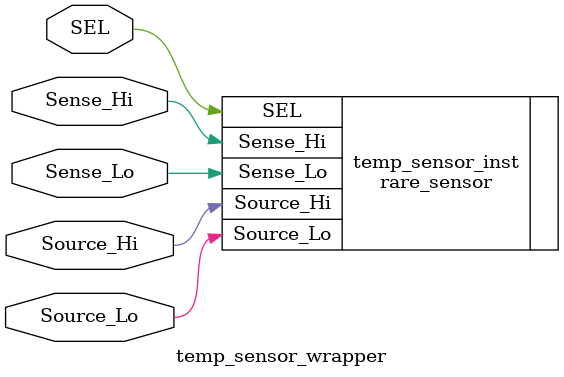
<source format=v>
module temp_sensor_wrapper(
    inout Sense_Hi,
    inout Sense_Lo,
    inout Source_Hi,
    inout Source_Lo,
    input SEL
);
    rare_sensor temp_sensor_inst(
        .Sense_Hi(Sense_Hi),
        .Sense_Lo(Sense_Lo),
        .Source_Hi(Source_Hi),
        .Source_Lo(Source_Lo),
        .SEL(SEL)
    );
endmodule
</source>
